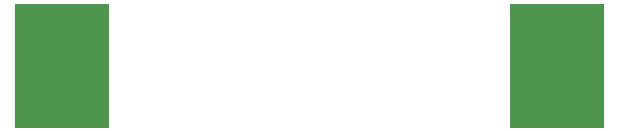
<source format=gbs>
G04 #@! TF.FileFunction,Soldermask,Bot*
%FSLAX46Y46*%
G04 Gerber Fmt 4.6, Leading zero omitted, Abs format (unit mm)*
G04 Created by KiCad (PCBNEW 4.0.6) date 10/14/17 13:01:54*
%MOMM*%
%LPD*%
G01*
G04 APERTURE LIST*
%ADD10C,0.100000*%
%ADD11R,8.020000X10.560000*%
G04 APERTURE END LIST*
D10*
D11*
X122555000Y-88900000D03*
X80645000Y-88900000D03*
M02*

</source>
